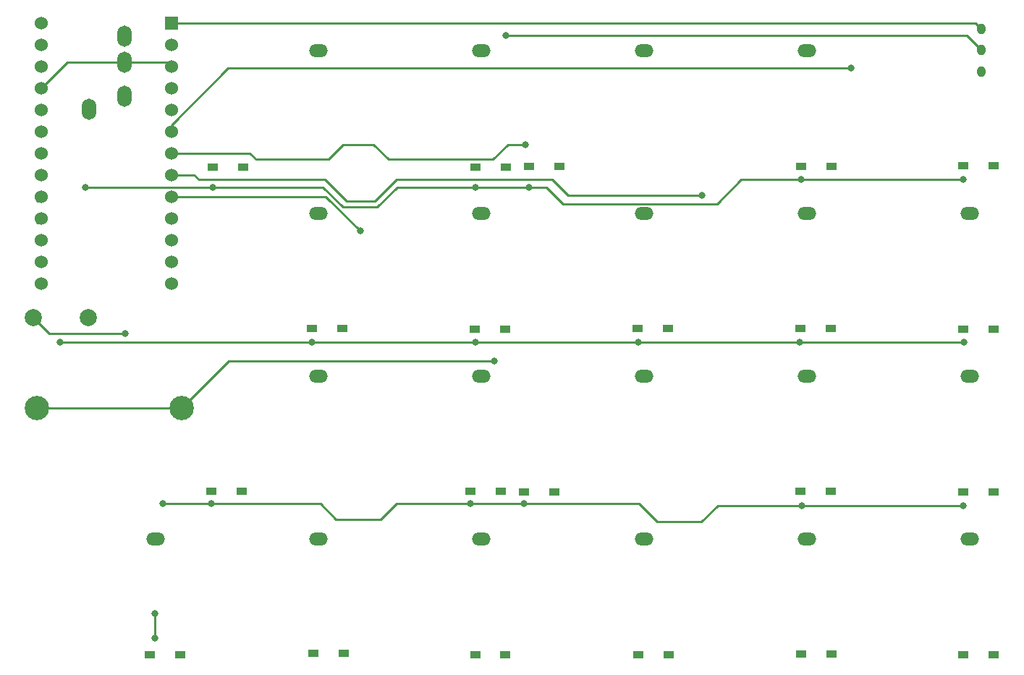
<source format=gbr>
%TF.GenerationSoftware,KiCad,Pcbnew,7.0.8*%
%TF.CreationDate,2024-10-11T08:25:21+09:00*%
%TF.ProjectId,cool642r,636f6f6c-3634-4327-922e-6b696361645f,rev?*%
%TF.SameCoordinates,Original*%
%TF.FileFunction,Copper,L1,Top*%
%TF.FilePolarity,Positive*%
%FSLAX46Y46*%
G04 Gerber Fmt 4.6, Leading zero omitted, Abs format (unit mm)*
G04 Created by KiCad (PCBNEW 7.0.8) date 2024-10-11 08:25:21*
%MOMM*%
%LPD*%
G01*
G04 APERTURE LIST*
%TA.AperFunction,ComponentPad*%
%ADD10O,2.200000X1.500000*%
%TD*%
%TA.AperFunction,ComponentPad*%
%ADD11O,1.700000X2.500000*%
%TD*%
%TA.AperFunction,SMDPad,CuDef*%
%ADD12R,1.300000X0.950000*%
%TD*%
%TA.AperFunction,ComponentPad*%
%ADD13O,1.000000X1.300000*%
%TD*%
%TA.AperFunction,ComponentPad*%
%ADD14C,2.000000*%
%TD*%
%TA.AperFunction,ComponentPad*%
%ADD15C,2.850000*%
%TD*%
%TA.AperFunction,ComponentPad*%
%ADD16C,1.524000*%
%TD*%
%TA.AperFunction,ComponentPad*%
%ADD17R,1.524000X1.524000*%
%TD*%
%TA.AperFunction,ViaPad*%
%ADD18C,0.800000*%
%TD*%
%TA.AperFunction,Conductor*%
%ADD19C,0.250000*%
%TD*%
G04 APERTURE END LIST*
D10*
%TO.P,SW26,*%
%TO.N,*%
X119850000Y-33100000D03*
%TD*%
%TO.P,SW38,*%
%TO.N,*%
X157950000Y-52150000D03*
%TD*%
D11*
%TO.P,J1,A*%
%TO.N,unconnected-(J1-PadA)*%
X93020000Y-1870000D03*
%TO.P,J1,B*%
%TO.N,data*%
X97220000Y6630000D03*
%TO.P,J1,C*%
%TO.N,GND*%
X97220000Y3630000D03*
%TO.P,J1,D*%
%TO.N,VCC*%
X97220000Y-370000D03*
%TD*%
D12*
%TO.P,D10,1,K*%
%TO.N,row0*%
X195305000Y-8510000D03*
%TO.P,D10,2,A*%
%TO.N,Net-(D10-A)*%
X198855000Y-8510000D03*
%TD*%
%TO.P,D19,1,K*%
%TO.N,row1*%
X176255000Y-27590000D03*
%TO.P,D19,2,A*%
%TO.N,Net-(D19-A)*%
X179805000Y-27590000D03*
%TD*%
%TO.P,D17,1,K*%
%TO.N,row1*%
X138175000Y-27600000D03*
%TO.P,D17,2,A*%
%TO.N,Net-(D17-A)*%
X141725000Y-27600000D03*
%TD*%
D10*
%TO.P,SW6,*%
%TO.N,*%
X119850000Y5000000D03*
%TD*%
D12*
%TO.P,D20,1,K*%
%TO.N,row1*%
X195305000Y-27600000D03*
%TO.P,D20,2,A*%
%TO.N,Net-(D20-A)*%
X198855000Y-27600000D03*
%TD*%
D10*
%TO.P,SW9,*%
%TO.N,*%
X177000000Y5000000D03*
%TD*%
D12*
%TO.P,D6,1,K*%
%TO.N,row0*%
X107510000Y-8670000D03*
%TO.P,D6,2,A*%
%TO.N,Net-(D6-A)*%
X111060000Y-8670000D03*
%TD*%
D13*
%TO.P,SW42,1,1*%
%TO.N,Net-(U2-BAT)*%
X197480000Y7510000D03*
%TO.P,SW42,2,2*%
%TO.N,BAT+*%
X197480000Y5010000D03*
%TO.P,SW42,3*%
%TO.N,N/C*%
X197480000Y2510000D03*
%TD*%
D10*
%TO.P,SW37,*%
%TO.N,*%
X138900000Y-52150000D03*
%TD*%
%TO.P,SW7,*%
%TO.N,*%
X138900000Y5000000D03*
%TD*%
%TO.P,SW36,*%
%TO.N,*%
X119850000Y-52150000D03*
%TD*%
D12*
%TO.P,D26,1,K*%
%TO.N,row2*%
X107365000Y-46600000D03*
%TO.P,D26,2,A*%
%TO.N,Net-(D26-A)*%
X110915000Y-46600000D03*
%TD*%
D14*
%TO.P,SW41,1,1*%
%TO.N,Net-(U2-BOOT(RST))*%
X92990000Y-26300000D03*
%TO.P,SW41,2,2*%
%TO.N,GND*%
X86490000Y-26300000D03*
%TD*%
D12*
%TO.P,D39,1,K*%
%TO.N,row3*%
X176345000Y-65640000D03*
%TO.P,D39,2,A*%
%TO.N,Net-(D39-A)*%
X179895000Y-65640000D03*
%TD*%
%TO.P,D18,1,K*%
%TO.N,row1*%
X157225000Y-27590000D03*
%TO.P,D18,2,A*%
%TO.N,Net-(D18-A)*%
X160775000Y-27590000D03*
%TD*%
D10*
%TO.P,SW39,*%
%TO.N,*%
X177000000Y-52150000D03*
%TD*%
%TO.P,SW20,*%
%TO.N,*%
X196050000Y-14050000D03*
%TD*%
D12*
%TO.P,D35,1,K*%
%TO.N,row3*%
X100205000Y-65710000D03*
%TO.P,D35,2,A*%
%TO.N,Net-(D35-A)*%
X103755000Y-65710000D03*
%TD*%
D10*
%TO.P,SW19,*%
%TO.N,*%
X177000000Y-14050000D03*
%TD*%
D12*
%TO.P,D29,1,K*%
%TO.N,row2*%
X176315000Y-46610000D03*
%TO.P,D29,2,A*%
%TO.N,Net-(D29-A)*%
X179865000Y-46610000D03*
%TD*%
%TO.P,D38,1,K*%
%TO.N,row3*%
X157285000Y-65750000D03*
%TO.P,D38,2,A*%
%TO.N,Net-(D38-A)*%
X160835000Y-65750000D03*
%TD*%
%TO.P,D9,1,K*%
%TO.N,row0*%
X176335000Y-8580000D03*
%TO.P,D9,2,A*%
%TO.N,Net-(D9-A)*%
X179885000Y-8580000D03*
%TD*%
%TO.P,D8,1,K*%
%TO.N,row0*%
X144540000Y-8620000D03*
%TO.P,D8,2,A*%
%TO.N,Net-(D8-A)*%
X148090000Y-8620000D03*
%TD*%
%TO.P,D27,1,K*%
%TO.N,row2*%
X137690000Y-46560000D03*
%TO.P,D27,2,A*%
%TO.N,Net-(D27-A)*%
X141240000Y-46560000D03*
%TD*%
D10*
%TO.P,SW27,*%
%TO.N,*%
X138900000Y-33100000D03*
%TD*%
D12*
%TO.P,D36,1,K*%
%TO.N,row3*%
X119265000Y-65560000D03*
%TO.P,D36,2,A*%
%TO.N,Net-(D36-A)*%
X122815000Y-65560000D03*
%TD*%
D10*
%TO.P,SW16,*%
%TO.N,*%
X119850000Y-14050000D03*
%TD*%
D12*
%TO.P,D16,1,K*%
%TO.N,row1*%
X119105000Y-27570000D03*
%TO.P,D16,2,A*%
%TO.N,Net-(D16-A)*%
X122655000Y-27570000D03*
%TD*%
%TO.P,D37,1,K*%
%TO.N,row3*%
X138225000Y-65750000D03*
%TO.P,D37,2,A*%
%TO.N,Net-(D37-A)*%
X141775000Y-65750000D03*
%TD*%
%TO.P,D30,1,K*%
%TO.N,row2*%
X195365000Y-46700000D03*
%TO.P,D30,2,A*%
%TO.N,Net-(D30-A)*%
X198915000Y-46700000D03*
%TD*%
%TO.P,D40,1,K*%
%TO.N,row3*%
X195355000Y-65700000D03*
%TO.P,D40,2,A*%
%TO.N,Net-(D40-A)*%
X198905000Y-65700000D03*
%TD*%
D10*
%TO.P,SW29,*%
%TO.N,*%
X177000000Y-33100000D03*
%TD*%
%TO.P,SW8,*%
%TO.N,*%
X157950000Y5000000D03*
%TD*%
%TO.P,SW30,*%
%TO.N,*%
X196050000Y-33100000D03*
%TD*%
%TO.P,SW35,*%
%TO.N,*%
X100800000Y-52150000D03*
%TD*%
%TO.P,SW18,*%
%TO.N,*%
X157950000Y-14050000D03*
%TD*%
D12*
%TO.P,D28,1,K*%
%TO.N,row2*%
X143955000Y-46670000D03*
%TO.P,D28,2,A*%
%TO.N,Net-(D28-A)*%
X147505000Y-46670000D03*
%TD*%
D10*
%TO.P,SW40,*%
%TO.N,*%
X196050000Y-52150000D03*
%TD*%
%TO.P,SW28,*%
%TO.N,*%
X157950000Y-33100000D03*
%TD*%
D12*
%TO.P,D7,1,K*%
%TO.N,row0*%
X138235000Y-8640000D03*
%TO.P,D7,2,A*%
%TO.N,Net-(D7-A)*%
X141785000Y-8640000D03*
%TD*%
D10*
%TO.P,SW17,*%
%TO.N,*%
X138900000Y-14050000D03*
%TD*%
D15*
%TO.P,BT1,1,+*%
%TO.N,BAT+*%
X86950000Y-36900000D03*
X103850000Y-36900000D03*
%TD*%
D16*
%TO.P,U2,1,PIN1*%
%TO.N,data*%
X87497200Y5680000D03*
%TO.P,U2,2,PIN2*%
%TO.N,unconnected-(U2-PIN2-Pad2)*%
X87497200Y3140000D03*
%TO.P,U2,3,GND*%
%TO.N,GND*%
X87497200Y600000D03*
%TO.P,U2,4,GND*%
X87497200Y-1940000D03*
%TO.P,U2,5,PIN5*%
%TO.N,row0*%
X87497200Y-4480000D03*
%TO.P,U2,6,PIN6*%
%TO.N,row1*%
X87497200Y-7020000D03*
%TO.P,U2,7,PIN7*%
%TO.N,col0*%
X87497200Y-9560000D03*
%TO.P,U2,8,PIN8*%
%TO.N,col1*%
X87497200Y-12100000D03*
%TO.P,U2,9,PIN9*%
%TO.N,col2*%
X87497200Y-14640000D03*
%TO.P,U2,10,PIN10*%
%TO.N,col3*%
X87497200Y-17180000D03*
%TO.P,U2,11,PIN11*%
%TO.N,col4*%
X87497200Y-19720000D03*
%TO.P,U2,12,PIN12*%
%TO.N,unconnected-(U2-PIN12-Pad12)*%
X87497200Y-22260000D03*
%TO.P,U2,13,PIN13*%
%TO.N,unconnected-(U2-PIN13-Pad13)*%
X102717200Y-22260000D03*
%TO.P,U2,14,PIN14*%
%TO.N,row3*%
X102717200Y-19720000D03*
%TO.P,U2,15,PIN15*%
%TO.N,row2*%
X102717200Y-17180000D03*
%TO.P,U2,16,PIN16*%
%TO.N,col5*%
X102717200Y-14640000D03*
%TO.P,U2,17,PIN17*%
%TO.N,col6*%
X102717200Y-12100000D03*
%TO.P,U2,18,PIN18*%
%TO.N,col8*%
X102717200Y-9560000D03*
%TO.P,U2,19,PIN19*%
%TO.N,col7*%
X102717200Y-7020000D03*
%TO.P,U2,20,PIN20*%
%TO.N,col9*%
X102717200Y-4480000D03*
%TO.P,U2,21,+4.3V*%
%TO.N,unconnected-(U2-+4.3V-Pad21)*%
X102717200Y-1940000D03*
%TO.P,U2,22,BOOT(RST)*%
%TO.N,Net-(U2-BOOT(RST))*%
X102717200Y600000D03*
%TO.P,U2,23,GND*%
%TO.N,GND*%
X102717200Y3140000D03*
%TO.P,U2,24,+5V*%
%TO.N,VCC*%
X102717200Y5680000D03*
D17*
%TO.P,U2,25,BAT*%
%TO.N,Net-(U2-BAT)*%
X102717200Y8220000D03*
D16*
%TO.P,U2,26*%
%TO.N,N/C*%
X87497200Y8220000D03*
%TD*%
D18*
%TO.N,row2*%
X143960000Y-48080000D03*
%TO.N,row0*%
X144560000Y-11013000D03*
%TO.N,col7*%
X144090000Y-6010000D03*
%TO.N,col8*%
X164790000Y-12000000D03*
%TO.N,col6*%
X124810000Y-16160000D03*
%TO.N,row0*%
X107520000Y-11013000D03*
X138240000Y-11013000D03*
%TO.N,row2*%
X137690000Y-48080000D03*
X107370000Y-48080000D03*
%TO.N,BAT+*%
X140470000Y-31320000D03*
X141860000Y6750000D03*
%TO.N,GND*%
X97320000Y-28180000D03*
%TO.N,row0*%
X92670000Y-11013000D03*
X176390000Y-10150000D03*
X195310000Y-10150000D03*
%TO.N,row1*%
X138270000Y-29150000D03*
X89650000Y-29150000D03*
X119160000Y-29150000D03*
X157290000Y-29150000D03*
X195420000Y-29150000D03*
X176200000Y-29150000D03*
%TO.N,row2*%
X195360000Y-48260000D03*
X176420000Y-48260000D03*
X101690000Y-48080000D03*
%TO.N,row3*%
X100760000Y-60910000D03*
X100750000Y-63780000D03*
%TO.N,col9*%
X182190000Y2900000D03*
%TD*%
D19*
%TO.N,BAT+*%
X141860000Y6750000D02*
X141877000Y6767000D01*
X141877000Y6767000D02*
X195723000Y6767000D01*
X195723000Y6767000D02*
X197480000Y5010000D01*
%TO.N,row2*%
X143960000Y-48080000D02*
X157400000Y-48080000D01*
X137690000Y-48080000D02*
X143960000Y-48080000D01*
X157400000Y-48080000D02*
X159500000Y-50180000D01*
X159500000Y-50180000D02*
X164670000Y-50180000D01*
X166590000Y-48260000D02*
X176420000Y-48260000D01*
X164670000Y-50180000D02*
X166590000Y-48260000D01*
%TO.N,row0*%
X138240000Y-11013000D02*
X144560000Y-11013000D01*
X144560000Y-11013000D02*
X146120000Y-11013000D01*
%TO.N,col7*%
X142032201Y-6010000D02*
X144090000Y-6010000D01*
%TO.N,col8*%
X147260000Y-10150000D02*
X149090000Y-11980000D01*
X149090000Y-11980000D02*
X164770000Y-11980000D01*
X164770000Y-11980000D02*
X164790000Y-12000000D01*
X129000000Y-10150000D02*
X146010000Y-10150000D01*
X146010000Y-10150000D02*
X147260000Y-10150000D01*
%TO.N,row0*%
X146120000Y-11013000D02*
X146553000Y-11013000D01*
X146120000Y-11013000D02*
X146587000Y-11013000D01*
X148515000Y-12975000D02*
X166515000Y-12975000D01*
X166515000Y-12975000D02*
X169340000Y-10150000D01*
X169340000Y-10150000D02*
X176390000Y-10150000D01*
X146553000Y-11013000D02*
X148515000Y-12975000D01*
%TO.N,col8*%
X105890000Y-10150000D02*
X120660000Y-10150000D01*
X120660000Y-10150000D02*
X123170000Y-12660000D01*
X123170000Y-12660000D02*
X126490000Y-12660000D01*
X126490000Y-12660000D02*
X129000000Y-10150000D01*
%TO.N,row0*%
X107520000Y-11013000D02*
X120393000Y-11013000D01*
X120393000Y-11013000D02*
X122740000Y-13360000D01*
X122740000Y-13360000D02*
X126763000Y-13360000D01*
X126763000Y-13360000D02*
X129110000Y-11013000D01*
X129110000Y-11013000D02*
X138240000Y-11013000D01*
%TO.N,col6*%
X102717200Y-12100000D02*
X120430000Y-12100000D01*
X120430000Y-12100000D02*
X120750000Y-12100000D01*
X120750000Y-12100000D02*
X124810000Y-16160000D01*
%TO.N,col7*%
X102717200Y-7020000D02*
X111845000Y-7020000D01*
X111845000Y-7020000D02*
X112600000Y-7775000D01*
X112600000Y-7775000D02*
X121065000Y-7775000D01*
X126365000Y-6030000D02*
X128110000Y-7775000D01*
X121065000Y-7775000D02*
X122810000Y-6030000D01*
X122810000Y-6030000D02*
X126365000Y-6030000D01*
X128110000Y-7775000D02*
X140267201Y-7775000D01*
X140267201Y-7775000D02*
X142032201Y-6010000D01*
%TO.N,row0*%
X92670000Y-11013000D02*
X107520000Y-11013000D01*
%TO.N,row2*%
X137690000Y-48080000D02*
X129000000Y-48080000D01*
X120160000Y-48080000D02*
X107370000Y-48080000D01*
X107370000Y-48080000D02*
X101690000Y-48080000D01*
X129000000Y-48080000D02*
X127200000Y-49880000D01*
X121960000Y-49880000D02*
X120160000Y-48080000D01*
X127200000Y-49880000D02*
X121960000Y-49880000D01*
%TO.N,BAT+*%
X86950000Y-36900000D02*
X103850000Y-36900000D01*
X109430000Y-31320000D02*
X103850000Y-36900000D01*
X140470000Y-31320000D02*
X109430000Y-31320000D01*
%TO.N,GND*%
X97220000Y3630000D02*
X90527200Y3630000D01*
X97220000Y3630000D02*
X102227200Y3630000D01*
X90527200Y3630000D02*
X87497200Y600000D01*
X102227200Y3630000D02*
X102717200Y3140000D01*
X86490000Y-26300000D02*
X88370000Y-28180000D01*
X88370000Y-28180000D02*
X97320000Y-28180000D01*
%TO.N,row0*%
X176390000Y-10150000D02*
X195310000Y-10150000D01*
%TO.N,row1*%
X157290000Y-29150000D02*
X138270000Y-29150000D01*
X138270000Y-29150000D02*
X119160000Y-29150000D01*
X119160000Y-29150000D02*
X89650000Y-29150000D01*
X176200000Y-29150000D02*
X157290000Y-29150000D01*
X195420000Y-29150000D02*
X176200000Y-29150000D01*
%TO.N,row2*%
X195360000Y-48260000D02*
X176420000Y-48260000D01*
%TO.N,row3*%
X100760000Y-63770000D02*
X100760000Y-60910000D01*
X100750000Y-63780000D02*
X100760000Y-63770000D01*
%TO.N,col1*%
X87497200Y-12100000D02*
X86961772Y-12635428D01*
%TO.N,col2*%
X87497200Y-14640000D02*
X86961772Y-15175428D01*
%TO.N,col8*%
X105300000Y-9560000D02*
X105890000Y-10150000D01*
X102717200Y-9560000D02*
X105300000Y-9560000D01*
%TO.N,col9*%
X102717200Y-4480000D02*
X102717200Y-3718000D01*
X109335200Y2900000D02*
X182190000Y2900000D01*
X102717200Y-3718000D02*
X109335200Y2900000D01*
%TO.N,Net-(U2-BAT)*%
X102717200Y8220000D02*
X196770000Y8220000D01*
X196770000Y8220000D02*
X197480000Y7510000D01*
%TD*%
M02*

</source>
